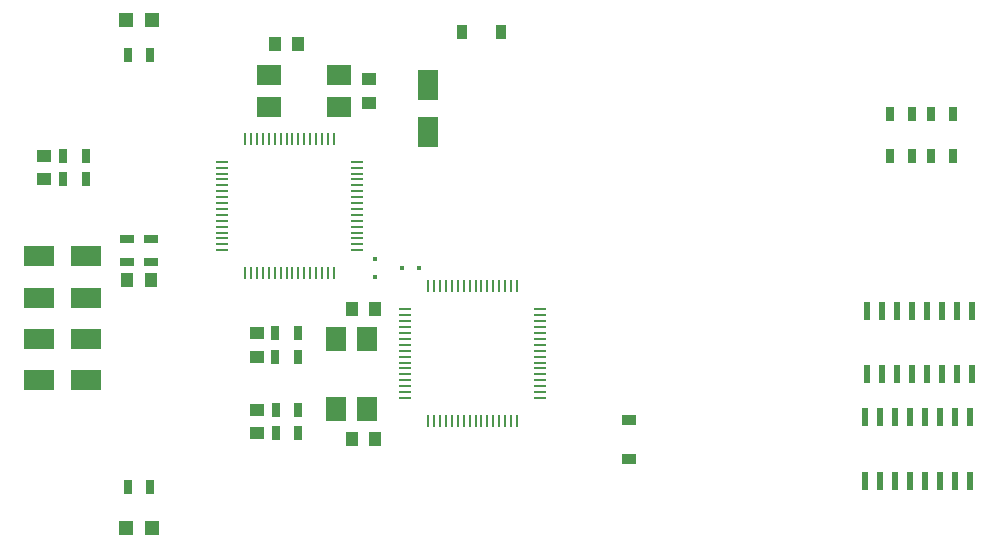
<source format=gbr>
%TF.GenerationSoftware,KiCad,Pcbnew,4.0.7-e2-6376~58~ubuntu16.04.1*%
%TF.CreationDate,2017-12-06T17:26:10+02:00*%
%TF.ProjectId,instrument_cluster,696E737472756D656E745F636C757374,rev?*%
%TF.FileFunction,Paste,Bot*%
%FSLAX46Y46*%
G04 Gerber Fmt 4.6, Leading zero omitted, Abs format (unit mm)*
G04 Created by KiCad (PCBNEW 4.0.7-e2-6376~58~ubuntu16.04.1) date Wed Dec  6 17:26:10 2017*
%MOMM*%
%LPD*%
G01*
G04 APERTURE LIST*
%ADD10C,0.100000*%
%ADD11R,1.000000X1.250000*%
%ADD12R,1.250000X1.000000*%
%ADD13R,1.800000X2.500000*%
%ADD14R,0.900000X1.200000*%
%ADD15R,1.200000X0.900000*%
%ADD16R,0.350000X0.350000*%
%ADD17R,0.700000X1.300000*%
%ADD18R,1.300000X0.700000*%
%ADD19R,0.600000X1.500000*%
%ADD20R,2.100000X1.700000*%
%ADD21R,1.700000X2.100000*%
%ADD22R,0.250000X1.000000*%
%ADD23R,1.000000X0.250000*%
%ADD24R,2.500000X1.800000*%
%ADD25R,1.200000X1.200000*%
G04 APERTURE END LIST*
D10*
D11*
X138000000Y-88500000D03*
X140000000Y-88500000D03*
D12*
X146000000Y-93500000D03*
X146000000Y-91500000D03*
X118500000Y-100000000D03*
X118500000Y-98000000D03*
D11*
X125500000Y-108500000D03*
X127500000Y-108500000D03*
X144500000Y-122000000D03*
X146500000Y-122000000D03*
X146500000Y-111000000D03*
X144500000Y-111000000D03*
D12*
X136500000Y-121500000D03*
X136500000Y-119500000D03*
X136500000Y-115000000D03*
X136500000Y-113000000D03*
D13*
X151000000Y-92000000D03*
X151000000Y-96000000D03*
D14*
X157150000Y-87500000D03*
X153850000Y-87500000D03*
D15*
X168000000Y-120350000D03*
X168000000Y-123650000D03*
D16*
X146500000Y-108225000D03*
X146500000Y-106775000D03*
X150225000Y-107500000D03*
X148775000Y-107500000D03*
D17*
X120100000Y-100000000D03*
X122000000Y-100000000D03*
X120100000Y-98000000D03*
X122000000Y-98000000D03*
D18*
X127500000Y-105050000D03*
X127500000Y-106950000D03*
X125500000Y-106950000D03*
X125500000Y-105050000D03*
D17*
X193550000Y-98000000D03*
X195450000Y-98000000D03*
X193550000Y-94500000D03*
X195450000Y-94500000D03*
X190050000Y-98000000D03*
X191950000Y-98000000D03*
X190050000Y-94500000D03*
X191950000Y-94500000D03*
X140000000Y-121500000D03*
X138100000Y-121500000D03*
X138100000Y-119500000D03*
X140000000Y-119500000D03*
X139950000Y-115000000D03*
X138050000Y-115000000D03*
X138050000Y-113000000D03*
X139950000Y-113000000D03*
D19*
X187960000Y-120100000D03*
X189230000Y-120100000D03*
X190500000Y-120100000D03*
X191770000Y-120100000D03*
X193040000Y-120100000D03*
X194310000Y-120100000D03*
X195580000Y-120100000D03*
X196850000Y-120100000D03*
X196850000Y-125500000D03*
X195580000Y-125500000D03*
X194310000Y-125500000D03*
X193040000Y-125500000D03*
X191770000Y-125500000D03*
X190500000Y-125500000D03*
X189230000Y-125500000D03*
X187960000Y-125500000D03*
X188110000Y-111100000D03*
X189380000Y-111100000D03*
X190650000Y-111100000D03*
X191920000Y-111100000D03*
X193190000Y-111100000D03*
X194460000Y-111100000D03*
X195730000Y-111100000D03*
X197000000Y-111100000D03*
X197000000Y-116500000D03*
X195730000Y-116500000D03*
X194460000Y-116500000D03*
X193190000Y-116500000D03*
X191920000Y-116500000D03*
X190650000Y-116500000D03*
X189380000Y-116500000D03*
X188110000Y-116500000D03*
D20*
X137550000Y-91150000D03*
X143450000Y-91150000D03*
X143450000Y-93850000D03*
X137550000Y-93850000D03*
D21*
X143150000Y-119450000D03*
X143150000Y-113550000D03*
X145850000Y-113550000D03*
X145850000Y-119450000D03*
D22*
X135500000Y-96550000D03*
X136000000Y-96550000D03*
X136500000Y-96550000D03*
X137000000Y-96550000D03*
X137500000Y-96550000D03*
X138000000Y-96550000D03*
X138500000Y-96550000D03*
X139000000Y-96550000D03*
X139500000Y-96550000D03*
X140000000Y-96550000D03*
X140500000Y-96550000D03*
X141000000Y-96550000D03*
X141500000Y-96550000D03*
X142000000Y-96550000D03*
X142500000Y-96550000D03*
X143000000Y-96550000D03*
D23*
X144950000Y-98500000D03*
X144950000Y-99000000D03*
X144950000Y-99500000D03*
X144950000Y-100000000D03*
X144950000Y-100500000D03*
X144950000Y-101000000D03*
X144950000Y-101500000D03*
X144950000Y-102000000D03*
X144950000Y-102500000D03*
X144950000Y-103000000D03*
X144950000Y-103500000D03*
X144950000Y-104000000D03*
X144950000Y-104500000D03*
X144950000Y-105000000D03*
X144950000Y-105500000D03*
X144950000Y-106000000D03*
D22*
X143000000Y-107950000D03*
X142500000Y-107950000D03*
X142000000Y-107950000D03*
X141500000Y-107950000D03*
X141000000Y-107950000D03*
X140500000Y-107950000D03*
X140000000Y-107950000D03*
X139500000Y-107950000D03*
X139000000Y-107950000D03*
X138500000Y-107950000D03*
X138000000Y-107950000D03*
X137500000Y-107950000D03*
X137000000Y-107950000D03*
X136500000Y-107950000D03*
X136000000Y-107950000D03*
X135500000Y-107950000D03*
D23*
X133550000Y-106000000D03*
X133550000Y-105500000D03*
X133550000Y-105000000D03*
X133550000Y-104500000D03*
X133550000Y-104000000D03*
X133550000Y-103500000D03*
X133550000Y-103000000D03*
X133550000Y-102500000D03*
X133550000Y-102000000D03*
X133550000Y-101500000D03*
X133550000Y-101000000D03*
X133550000Y-100500000D03*
X133550000Y-100000000D03*
X133550000Y-99500000D03*
X133550000Y-99000000D03*
X133550000Y-98500000D03*
X149050000Y-118500000D03*
X149050000Y-118000000D03*
X149050000Y-117500000D03*
X149050000Y-117000000D03*
X149050000Y-116500000D03*
X149050000Y-116000000D03*
X149050000Y-115500000D03*
X149050000Y-115000000D03*
X149050000Y-114500000D03*
X149050000Y-114000000D03*
X149050000Y-113500000D03*
X149050000Y-113000000D03*
X149050000Y-112500000D03*
X149050000Y-112000000D03*
X149050000Y-111500000D03*
X149050000Y-111000000D03*
D22*
X151000000Y-109050000D03*
X151500000Y-109050000D03*
X152000000Y-109050000D03*
X152500000Y-109050000D03*
X153000000Y-109050000D03*
X153500000Y-109050000D03*
X154000000Y-109050000D03*
X154500000Y-109050000D03*
X155000000Y-109050000D03*
X155500000Y-109050000D03*
X156000000Y-109050000D03*
X156500000Y-109050000D03*
X157000000Y-109050000D03*
X157500000Y-109050000D03*
X158000000Y-109050000D03*
X158500000Y-109050000D03*
D23*
X160450000Y-111000000D03*
X160450000Y-111500000D03*
X160450000Y-112000000D03*
X160450000Y-112500000D03*
X160450000Y-113000000D03*
X160450000Y-113500000D03*
X160450000Y-114000000D03*
X160450000Y-114500000D03*
X160450000Y-115000000D03*
X160450000Y-115500000D03*
X160450000Y-116000000D03*
X160450000Y-116500000D03*
X160450000Y-117000000D03*
X160450000Y-117500000D03*
X160450000Y-118000000D03*
X160450000Y-118500000D03*
D22*
X158500000Y-120450000D03*
X158000000Y-120450000D03*
X157500000Y-120450000D03*
X157000000Y-120450000D03*
X156500000Y-120450000D03*
X156000000Y-120450000D03*
X155500000Y-120450000D03*
X155000000Y-120450000D03*
X154500000Y-120450000D03*
X154000000Y-120450000D03*
X153500000Y-120450000D03*
X153000000Y-120450000D03*
X152500000Y-120450000D03*
X152000000Y-120450000D03*
X151500000Y-120450000D03*
X151000000Y-120450000D03*
D24*
X118000000Y-113500000D03*
X122000000Y-113500000D03*
X122000000Y-117000000D03*
X118000000Y-117000000D03*
X118000000Y-106500000D03*
X122000000Y-106500000D03*
X122000000Y-110000000D03*
X118000000Y-110000000D03*
D25*
X127600000Y-86500000D03*
X125400000Y-86500000D03*
X127600000Y-129500000D03*
X125400000Y-129500000D03*
D17*
X125550000Y-89500000D03*
X127450000Y-89500000D03*
X127450000Y-126000000D03*
X125550000Y-126000000D03*
M02*

</source>
